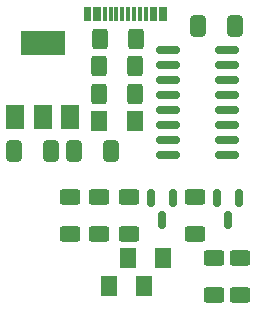
<source format=gbr>
%TF.GenerationSoftware,KiCad,Pcbnew,7.0.1*%
%TF.CreationDate,2023-04-05T11:46:08-04:00*%
%TF.ProjectId,PCB_USB_TTL,5043425f-5553-4425-9f54-544c2e6b6963,rev?*%
%TF.SameCoordinates,Original*%
%TF.FileFunction,Paste,Top*%
%TF.FilePolarity,Positive*%
%FSLAX46Y46*%
G04 Gerber Fmt 4.6, Leading zero omitted, Abs format (unit mm)*
G04 Created by KiCad (PCBNEW 7.0.1) date 2023-04-05 11:46:08*
%MOMM*%
%LPD*%
G01*
G04 APERTURE LIST*
G04 Aperture macros list*
%AMRoundRect*
0 Rectangle with rounded corners*
0 $1 Rounding radius*
0 $2 $3 $4 $5 $6 $7 $8 $9 X,Y pos of 4 corners*
0 Add a 4 corners polygon primitive as box body*
4,1,4,$2,$3,$4,$5,$6,$7,$8,$9,$2,$3,0*
0 Add four circle primitives for the rounded corners*
1,1,$1+$1,$2,$3*
1,1,$1+$1,$4,$5*
1,1,$1+$1,$6,$7*
1,1,$1+$1,$8,$9*
0 Add four rect primitives between the rounded corners*
20,1,$1+$1,$2,$3,$4,$5,0*
20,1,$1+$1,$4,$5,$6,$7,0*
20,1,$1+$1,$6,$7,$8,$9,0*
20,1,$1+$1,$8,$9,$2,$3,0*%
G04 Aperture macros list end*
%ADD10RoundRect,0.150000X-0.150000X0.587500X-0.150000X-0.587500X0.150000X-0.587500X0.150000X0.587500X0*%
%ADD11RoundRect,0.250000X-0.625000X0.400000X-0.625000X-0.400000X0.625000X-0.400000X0.625000X0.400000X0*%
%ADD12RoundRect,0.250000X-0.412500X-0.650000X0.412500X-0.650000X0.412500X0.650000X-0.412500X0.650000X0*%
%ADD13RoundRect,0.250001X-0.462499X-0.624999X0.462499X-0.624999X0.462499X0.624999X-0.462499X0.624999X0*%
%ADD14R,1.500000X2.000000*%
%ADD15R,3.800000X2.000000*%
%ADD16RoundRect,0.250000X0.412500X0.650000X-0.412500X0.650000X-0.412500X-0.650000X0.412500X-0.650000X0*%
%ADD17RoundRect,0.250000X0.625000X-0.400000X0.625000X0.400000X-0.625000X0.400000X-0.625000X-0.400000X0*%
%ADD18RoundRect,0.250000X0.400000X0.625000X-0.400000X0.625000X-0.400000X-0.625000X0.400000X-0.625000X0*%
%ADD19RoundRect,0.250000X-0.400000X-0.625000X0.400000X-0.625000X0.400000X0.625000X-0.400000X0.625000X0*%
%ADD20RoundRect,0.150000X0.825000X0.150000X-0.825000X0.150000X-0.825000X-0.150000X0.825000X-0.150000X0*%
%ADD21R,0.300000X1.150000*%
G04 APERTURE END LIST*
D10*
%TO.C,Q1*%
X147550000Y-83762500D03*
X145650000Y-83762500D03*
X146600000Y-85637500D03*
%TD*%
D11*
%TO.C,R1*%
X149400000Y-83650000D03*
X149400000Y-86750000D03*
%TD*%
%TO.C,R4*%
X141300000Y-83650000D03*
X141300000Y-86750000D03*
%TD*%
D12*
%TO.C,C1*%
X139137500Y-79750000D03*
X142262500Y-79750000D03*
%TD*%
D11*
%TO.C,R5*%
X138800000Y-83650000D03*
X138800000Y-86750000D03*
%TD*%
D13*
%TO.C,D1*%
X141312500Y-77200000D03*
X144287500Y-77200000D03*
%TD*%
D14*
%TO.C,U1*%
X134200000Y-76900000D03*
X136500000Y-76900000D03*
X138800000Y-76900000D03*
D15*
X136500000Y-70600000D03*
%TD*%
D16*
%TO.C,C3*%
X137198500Y-79750000D03*
X134073500Y-79750000D03*
%TD*%
D11*
%TO.C,R6*%
X153200000Y-88850000D03*
X153200000Y-91950000D03*
%TD*%
D10*
%TO.C,Q2*%
X153150000Y-83762500D03*
X151250000Y-83762500D03*
X152200000Y-85637500D03*
%TD*%
D17*
%TO.C,R7*%
X151000000Y-91950000D03*
X151000000Y-88850000D03*
%TD*%
D18*
%TO.C,R9*%
X144450000Y-70300000D03*
X141350000Y-70300000D03*
%TD*%
D12*
%TO.C,C2*%
X149637500Y-69200000D03*
X152762500Y-69200000D03*
%TD*%
D19*
%TO.C,R3*%
X141250000Y-74900000D03*
X144350000Y-74900000D03*
%TD*%
D18*
%TO.C,R8*%
X144350000Y-72600000D03*
X141250000Y-72600000D03*
%TD*%
D20*
%TO.C,U2*%
X152075000Y-80137000D03*
X152075000Y-78867000D03*
X152075000Y-77597000D03*
X152075000Y-76327000D03*
X152075000Y-75057000D03*
X152075000Y-73787000D03*
X152075000Y-72517000D03*
X152075000Y-71247000D03*
X147125000Y-71247000D03*
X147125000Y-72517000D03*
X147125000Y-73787000D03*
X147125000Y-75057000D03*
X147125000Y-76327000D03*
X147125000Y-77597000D03*
X147125000Y-78867000D03*
X147125000Y-80137000D03*
%TD*%
D21*
%TO.C,P1*%
X146850000Y-68170000D03*
X146050000Y-68170000D03*
X144750000Y-68170000D03*
X143750000Y-68170000D03*
X143250000Y-68170000D03*
X142250000Y-68170000D03*
X140950000Y-68170000D03*
X140150000Y-68170000D03*
X140450000Y-68170000D03*
X141250000Y-68170000D03*
X141750000Y-68170000D03*
X142750000Y-68170000D03*
X144250000Y-68170000D03*
X145250000Y-68170000D03*
X145750000Y-68170000D03*
X146550000Y-68170000D03*
%TD*%
D13*
%TO.C,D3*%
X142112500Y-91200000D03*
X145087500Y-91200000D03*
%TD*%
%TO.C,D2*%
X143712500Y-88800000D03*
X146687500Y-88800000D03*
%TD*%
D17*
%TO.C,R2*%
X143800000Y-86750000D03*
X143800000Y-83650000D03*
%TD*%
M02*

</source>
